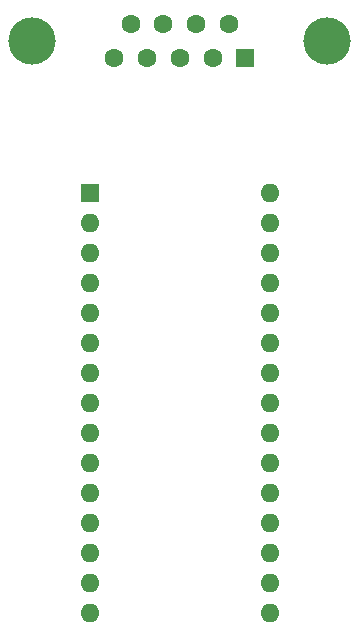
<source format=gbl>
%TF.GenerationSoftware,KiCad,Pcbnew,8.0.3*%
%TF.CreationDate,2024-07-08T14:58:30-04:00*%
%TF.ProjectId,TempSensorArduino,54656d70-5365-46e7-936f-724172647569,rev?*%
%TF.SameCoordinates,Original*%
%TF.FileFunction,Copper,L2,Bot*%
%TF.FilePolarity,Positive*%
%FSLAX46Y46*%
G04 Gerber Fmt 4.6, Leading zero omitted, Abs format (unit mm)*
G04 Created by KiCad (PCBNEW 8.0.3) date 2024-07-08 14:58:30*
%MOMM*%
%LPD*%
G01*
G04 APERTURE LIST*
%TA.AperFunction,ComponentPad*%
%ADD10R,1.600000X1.600000*%
%TD*%
%TA.AperFunction,ComponentPad*%
%ADD11O,1.600000X1.600000*%
%TD*%
%TA.AperFunction,ComponentPad*%
%ADD12C,4.000000*%
%TD*%
%TA.AperFunction,ComponentPad*%
%ADD13C,1.600000*%
%TD*%
G04 APERTURE END LIST*
D10*
%TO.P,A1,1,TX1*%
%TO.N,unconnected-(A1-TX1-Pad1)*%
X147890000Y-84000000D03*
D11*
%TO.P,A1,2,RX1*%
%TO.N,unconnected-(A1-RX1-Pad2)*%
X147890000Y-86540000D03*
%TO.P,A1,3,~{RESET}*%
%TO.N,unconnected-(A1-~{RESET}-Pad3)*%
X147890000Y-89080000D03*
%TO.P,A1,4,GND*%
%TO.N,Net-(A1-GND-Pad29)*%
X147890000Y-91620000D03*
%TO.P,A1,5,D2*%
%TO.N,unconnected-(A1-D2-Pad5)*%
X147890000Y-94160000D03*
%TO.P,A1,6,D3*%
%TO.N,unconnected-(A1-D3-Pad6)*%
X147890000Y-96700000D03*
%TO.P,A1,7,D4*%
%TO.N,unconnected-(A1-D4-Pad7)*%
X147890000Y-99240000D03*
%TO.P,A1,8,D5*%
%TO.N,unconnected-(A1-D5-Pad8)*%
X147890000Y-101780000D03*
%TO.P,A1,9,D6*%
%TO.N,unconnected-(A1-D6-Pad9)*%
X147890000Y-104320000D03*
%TO.P,A1,10,D7*%
%TO.N,unconnected-(A1-D7-Pad10)*%
X147890000Y-106860000D03*
%TO.P,A1,11,D8*%
%TO.N,unconnected-(A1-D8-Pad11)*%
X147890000Y-109400000D03*
%TO.P,A1,12,D9*%
%TO.N,unconnected-(A1-D9-Pad12)*%
X147890000Y-111940000D03*
%TO.P,A1,13,D10*%
%TO.N,unconnected-(A1-D10-Pad13)*%
X147890000Y-114480000D03*
%TO.P,A1,14,MOSI*%
%TO.N,unconnected-(A1-MOSI-Pad14)*%
X147890000Y-117020000D03*
%TO.P,A1,15,MISO*%
%TO.N,unconnected-(A1-MISO-Pad15)*%
X147890000Y-119560000D03*
%TO.P,A1,16,SCK*%
%TO.N,unconnected-(A1-SCK-Pad16)*%
X163130000Y-119560000D03*
%TO.P,A1,17,3V3*%
%TO.N,Net-(A1-3V3)*%
X163130000Y-117020000D03*
%TO.P,A1,18,AREF*%
X163130000Y-114480000D03*
%TO.P,A1,19,A0*%
%TO.N,Net-(A1-A0)*%
X163130000Y-111940000D03*
%TO.P,A1,20,A1*%
%TO.N,Net-(A1-A1)*%
X163130000Y-109400000D03*
%TO.P,A1,21,A2*%
%TO.N,Net-(A1-A2)*%
X163130000Y-106860000D03*
%TO.P,A1,22,A3*%
%TO.N,Net-(A1-A3)*%
X163130000Y-104320000D03*
%TO.P,A1,23,SDA/A4*%
%TO.N,Net-(A1-SDA{slash}A4)*%
X163130000Y-101780000D03*
%TO.P,A1,24,SCL/A5*%
%TO.N,Net-(A1-SCL{slash}A5)*%
X163130000Y-99240000D03*
%TO.P,A1,25,A6*%
%TO.N,Net-(A1-A6)*%
X163130000Y-96700000D03*
%TO.P,A1,26,A7*%
%TO.N,unconnected-(A1-A7-Pad26)*%
X163130000Y-94160000D03*
%TO.P,A1,27,+5V*%
%TO.N,unconnected-(A1-+5V-Pad27)*%
X163130000Y-91620000D03*
%TO.P,A1,28,~{RESET}*%
%TO.N,unconnected-(A1-~{RESET}-Pad28)*%
X163130000Y-89080000D03*
%TO.P,A1,29,GND*%
%TO.N,Net-(A1-GND-Pad29)*%
X163130000Y-86540000D03*
%TO.P,A1,30,VIN*%
%TO.N,unconnected-(A1-VIN-Pad30)*%
X163130000Y-84000000D03*
%TD*%
D12*
%TO.P,J1,0,PAD*%
%TO.N,unconnected-(J1-PAD-Pad0)*%
X168010000Y-71110331D03*
X143010000Y-71110331D03*
D10*
%TO.P,J1,1,1*%
%TO.N,Net-(A1-3V3)*%
X161050000Y-72530331D03*
D13*
%TO.P,J1,2,2*%
%TO.N,Net-(A1-SCL{slash}A5)*%
X158280000Y-72530331D03*
%TO.P,J1,3,3*%
%TO.N,Net-(A1-A3)*%
X155510000Y-72530331D03*
%TO.P,J1,4,4*%
%TO.N,Net-(A1-A1)*%
X152740000Y-72530331D03*
%TO.P,J1,5,5*%
%TO.N,Net-(A1-GND-Pad29)*%
X149970000Y-72530331D03*
%TO.P,J1,6,6*%
%TO.N,Net-(A1-A6)*%
X159665000Y-69690331D03*
%TO.P,J1,7,7*%
%TO.N,Net-(A1-SDA{slash}A4)*%
X156895000Y-69690331D03*
%TO.P,J1,8,8*%
%TO.N,Net-(A1-A2)*%
X154125000Y-69690331D03*
%TO.P,J1,9,9*%
%TO.N,Net-(A1-A0)*%
X151355000Y-69690331D03*
%TD*%
M02*

</source>
